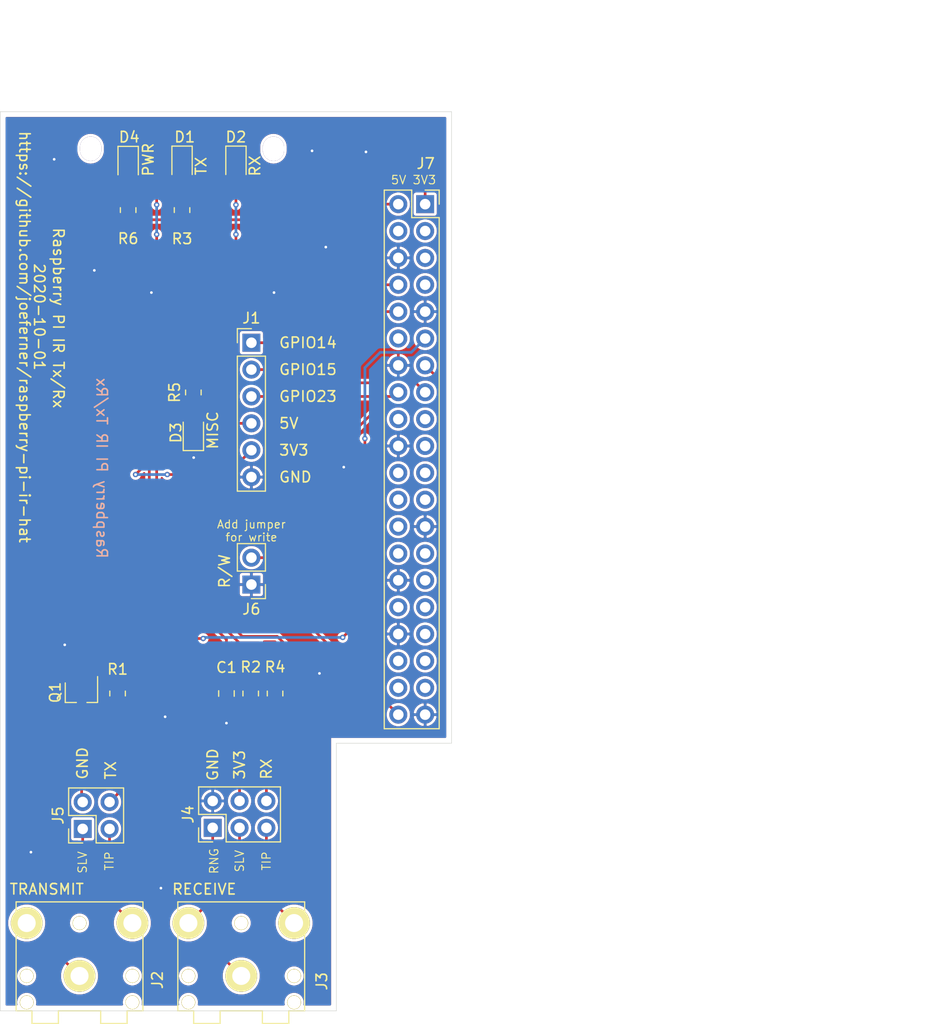
<source format=kicad_pcb>
(kicad_pcb (version 20171130) (host pcbnew "(5.1.7)-1")
  (layers (0 F.Cu signal) (31 B.Cu signal) (34 B.Paste user) (35 F.Paste user) (36 B.SilkS user) (37 F.SilkS user) (38 B.Mask user) (39 F.Mask user) (44 Edge.Cuts user))
  (net 0 "")
  (net 1 GND)
  (net 2 VCC)
  (net 3 "Net-(D1-Pad2)")
  (net 4 "Net-(D2-Pad2)")
  (net 5 "Net-(D3-Pad2)")
  (net 6 /IO3)
  (net 7 /IO2)
  (net 8 /IO1)
  (net 9 "Net-(J2-Pad1)")
  (net 10 "Net-(J2-Pad2)")
  (net 11 "Net-(J2-Pad3)")
  (net 12 "Net-(J3-Pad1)")
  (net 13 "Net-(J3-Pad2)")
  (net 14 "Net-(J3-Pad3)")
  (net 15 /RX)
  (net 16 /RW)
  (net 17 "Net-(J7-Pad38)")
  (net 18 "Net-(J7-Pad36)")
  (net 19 "Net-(J7-Pad35)")
  (net 20 "Net-(J7-Pad33)")
  (net 21 "Net-(J7-Pad32)")
  (net 22 "Net-(J7-Pad31)")
  (net 23 "Net-(J7-Pad29)")
  (net 24 "Net-(J7-Pad28)")
  (net 25 "Net-(J7-Pad27)")
  (net 26 "Net-(J7-Pad26)")
  (net 27 "Net-(J7-Pad24)")
  (net 28 "Net-(J7-Pad23)")
  (net 29 "Net-(J7-Pad21)")
  (net 30 "Net-(J7-Pad19)")
  (net 31 "Net-(J7-Pad17)")
  (net 32 /MISC)
  (net 33 "Net-(J7-Pad12)")
  (net 34 /TX)
  (net 35 "Net-(J7-Pad7)")
  (net 36 "Net-(J7-Pad5)")
  (net 37 "Net-(J7-Pad4)")
  (net 38 "Net-(J7-Pad3)")
  (net 39 /5V)
  (net 40 "Net-(J7-Pad37)")
  (net 41 "Net-(J7-Pad22)")
  (net 42 "Net-(J7-Pad18)")
  (net 43 "Net-(D1-Pad1)")
  (net 44 "Net-(D4-Pad2)")
  (net 45 "Net-(J5-Pad4)")
  (module Connector_PinSocket_2.54mm:PinSocket_2x20_P2.54mm_Vertical (layer F.Cu) (at 146.2 84.74)
    (fp_text reference J7 (at 0.05 -3.84) (layer F.SilkS))
    (fp_text value Raspberry_Pi_2_3)
    (fp_line (start 0 -1.33) (end 1.33 -1.33) (layer F.SilkS) (width 0.12))
    (fp_line (start 1.33 -1.33) (end 1.33 0) (layer F.SilkS) (width 0.12))
    (fp_line (start -1.27 -1.33) (end -1.27 1.27) (layer F.SilkS) (width 0.12))
    (fp_line (start -1.27 1.27) (end 1.33 1.27) (layer F.SilkS) (width 0.12))
    (fp_line (start 1.33 1.27) (end 1.33 49.59) (layer F.SilkS) (width 0.12))
    (fp_line (start -3.87 49.59) (end 1.33 49.59) (layer F.SilkS) (width 0.12))
    (fp_line (start -3.87 -1.33) (end -3.87 49.59) (layer F.SilkS) (width 0.12))
    (fp_line (start -3.87 -1.33) (end -1.27 -1.33) (layer F.SilkS) (width 0.12))
    (pad 40 thru_hole oval (at -2.54 48.26) (size 1.7 1.7) (drill 1) (layers *.Cu *.Mask) (net 16 /RW))
    (pad 39 thru_hole oval (at 0 48.26) (size 1.7 1.7) (drill 1) (layers *.Cu *.Mask) (net 1 GND))
    (pad 38 thru_hole oval (at -2.54 45.72) (size 1.7 1.7) (drill 1) (layers *.Cu *.Mask) (net 17 "Net-(J7-Pad38)"))
    (pad 37 thru_hole oval (at 0 45.72) (size 1.7 1.7) (drill 1) (layers *.Cu *.Mask) (net 40 "Net-(J7-Pad37)"))
    (pad 36 thru_hole oval (at -2.54 43.18) (size 1.7 1.7) (drill 1) (layers *.Cu *.Mask) (net 18 "Net-(J7-Pad36)"))
    (pad 35 thru_hole oval (at 0 43.18) (size 1.7 1.7) (drill 1) (layers *.Cu *.Mask) (net 19 "Net-(J7-Pad35)"))
    (pad 34 thru_hole oval (at -2.54 40.64) (size 1.7 1.7) (drill 1) (layers *.Cu *.Mask) (net 1 GND))
    (pad 33 thru_hole oval (at 0 40.64) (size 1.7 1.7) (drill 1) (layers *.Cu *.Mask) (net 20 "Net-(J7-Pad33)"))
    (pad 32 thru_hole oval (at -2.54 38.1) (size 1.7 1.7) (drill 1) (layers *.Cu *.Mask) (net 21 "Net-(J7-Pad32)"))
    (pad 31 thru_hole oval (at 0 38.1) (size 1.7 1.7) (drill 1) (layers *.Cu *.Mask) (net 22 "Net-(J7-Pad31)"))
    (pad 30 thru_hole oval (at -2.54 35.56) (size 1.7 1.7) (drill 1) (layers *.Cu *.Mask) (net 1 GND))
    (pad 29 thru_hole oval (at 0 35.56) (size 1.7 1.7) (drill 1) (layers *.Cu *.Mask) (net 23 "Net-(J7-Pad29)"))
    (pad 28 thru_hole oval (at -2.54 33.02) (size 1.7 1.7) (drill 1) (layers *.Cu *.Mask) (net 24 "Net-(J7-Pad28)"))
    (pad 27 thru_hole oval (at 0 33.02) (size 1.7 1.7) (drill 1) (layers *.Cu *.Mask) (net 25 "Net-(J7-Pad27)"))
    (pad 26 thru_hole oval (at -2.54 30.48) (size 1.7 1.7) (drill 1) (layers *.Cu *.Mask) (net 26 "Net-(J7-Pad26)"))
    (pad 25 thru_hole oval (at 0 30.48) (size 1.7 1.7) (drill 1) (layers *.Cu *.Mask) (net 1 GND))
    (pad 24 thru_hole oval (at -2.54 27.94) (size 1.7 1.7) (drill 1) (layers *.Cu *.Mask) (net 27 "Net-(J7-Pad24)"))
    (pad 23 thru_hole oval (at 0 27.94) (size 1.7 1.7) (drill 1) (layers *.Cu *.Mask) (net 28 "Net-(J7-Pad23)"))
    (pad 22 thru_hole oval (at -2.54 25.4) (size 1.7 1.7) (drill 1) (layers *.Cu *.Mask) (net 41 "Net-(J7-Pad22)"))
    (pad 21 thru_hole oval (at 0 25.4) (size 1.7 1.7) (drill 1) (layers *.Cu *.Mask) (net 29 "Net-(J7-Pad21)"))
    (pad 20 thru_hole oval (at -2.54 22.86) (size 1.7 1.7) (drill 1) (layers *.Cu *.Mask) (net 1 GND))
    (pad 19 thru_hole oval (at 0 22.86) (size 1.7 1.7) (drill 1) (layers *.Cu *.Mask) (net 30 "Net-(J7-Pad19)"))
    (pad 18 thru_hole oval (at -2.54 20.32) (size 1.7 1.7) (drill 1) (layers *.Cu *.Mask) (net 42 "Net-(J7-Pad18)"))
    (pad 17 thru_hole oval (at 0 20.32) (size 1.7 1.7) (drill 1) (layers *.Cu *.Mask) (net 31 "Net-(J7-Pad17)"))
    (pad 16 thru_hole oval (at -2.54 17.78) (size 1.7 1.7) (drill 1) (layers *.Cu *.Mask) (net 6 /IO3))
    (pad 15 thru_hole oval (at 0 17.78) (size 1.7 1.7) (drill 1) (layers *.Cu *.Mask) (net 32 /MISC))
    (pad 14 thru_hole oval (at -2.54 15.24) (size 1.7 1.7) (drill 1) (layers *.Cu *.Mask) (net 1 GND))
    (pad 13 thru_hole oval (at 0 15.24) (size 1.7 1.7) (drill 1) (layers *.Cu *.Mask) (net 15 /RX))
    (pad 12 thru_hole oval (at -2.54 12.7) (size 1.7 1.7) (drill 1) (layers *.Cu *.Mask) (net 33 "Net-(J7-Pad12)"))
    (pad 11 thru_hole oval (at 0 12.7) (size 1.7 1.7) (drill 1) (layers *.Cu *.Mask) (net 34 /TX))
    (pad 10 thru_hole oval (at -2.54 10.16) (size 1.7 1.7) (drill 1) (layers *.Cu *.Mask) (net 7 /IO2))
    (pad 9 thru_hole oval (at 0 10.16) (size 1.7 1.7) (drill 1) (layers *.Cu *.Mask) (net 1 GND))
    (pad 8 thru_hole oval (at -2.54 7.62) (size 1.7 1.7) (drill 1) (layers *.Cu *.Mask) (net 8 /IO1))
    (pad 7 thru_hole oval (at 0 7.62) (size 1.7 1.7) (drill 1) (layers *.Cu *.Mask) (net 35 "Net-(J7-Pad7)"))
    (pad 6 thru_hole oval (at -2.54 5.08) (size 1.7 1.7) (drill 1) (layers *.Cu *.Mask) (net 1 GND))
    (pad 5 thru_hole oval (at 0 5.08) (size 1.7 1.7) (drill 1) (layers *.Cu *.Mask) (net 36 "Net-(J7-Pad5)"))
    (pad 4 thru_hole oval (at -2.54 2.54) (size 1.7 1.7) (drill 1) (layers *.Cu *.Mask) (net 37 "Net-(J7-Pad4)"))
    (pad 3 thru_hole oval (at 0 2.54) (size 1.7 1.7) (drill 1) (layers *.Cu *.Mask) (net 38 "Net-(J7-Pad3)"))
    (pad 2 thru_hole oval (at -2.54 0) (size 1.7 1.7) (drill 1) (layers *.Cu *.Mask) (net 39 /5V))
    (pad 1 thru_hole rect (at 0 0) (size 1.7 1.7) (drill 1) (layers *.Cu *.Mask) (net 2 VCC))
  )
  (module Connector_PinHeader_2.54mm:PinHeader_1x02_P2.54mm_Vertical (layer F.Cu) (at 129.76 120.7 180)
    (fp_text reference J6 (at 0 -2.33) (layer F.SilkS))
    (fp_text value RW_JMP)
    (fp_line (start -1.33 -1.33) (end 0 -1.33) (layer F.SilkS) (width 0.12))
    (fp_line (start -1.33 0) (end -1.33 -1.33) (layer F.SilkS) (width 0.12))
    (fp_line (start -1.33 1.27) (end 1.33 1.27) (layer F.SilkS) (width 0.12))
    (fp_line (start 1.33 1.27) (end 1.33 3.87) (layer F.SilkS) (width 0.12))
    (fp_line (start -1.33 1.27) (end -1.33 3.87) (layer F.SilkS) (width 0.12))
    (fp_line (start -1.33 3.87) (end 1.33 3.87) (layer F.SilkS) (width 0.12))
    (pad 2 thru_hole oval (at 0 2.54 180) (size 1.7 1.7) (drill 1) (layers *.Cu *.Mask) (net 16 /RW))
    (pad 1 thru_hole rect (at 0 0 180) (size 1.7 1.7) (drill 1) (layers *.Cu *.Mask) (net 1 GND))
  )
  (module modules:BIVAR-RLP3-200-500 (layer F.Cu) (at 123.2 80.8 180)
    (fp_text reference REF** hide)
    (fp_text value BIVAR-RLP3-200-500)
    (pad "" thru_hole oval (at -8.65 1.3 180) (size 2 2.3) (drill oval 2 2.3) (layers *.Cu *.Mask))
    (pad "" thru_hole oval (at 8.65 1.3 180) (size 2 2.3) (drill oval 2 2.3) (layers *.Cu *.Mask))
  )
  (module modules:CUIDEVICES-SJ1-3523NG (layer F.Cu) (at 128.8 157.7 90)
    (fp_text reference J3 (at -0.508 7.62 270) (layer F.SilkS))
    (fp_text value RX hide)
    (fp_line (start -3.3 -6) (end 7 -6) (layer F.SilkS) (width 0.12))
    (fp_line (start 7 -6) (end 7 6) (layer F.SilkS) (width 0.12))
    (fp_line (start 7 6) (end -3.3 6) (layer F.SilkS) (width 0.12))
    (fp_line (start -3.3 6) (end -3.3 4.5) (layer F.SilkS) (width 0.12))
    (fp_line (start -3.3 4.5) (end -4.5 4.5) (layer F.SilkS) (width 0.12))
    (fp_line (start -4.5 4.5) (end -4.5 2) (layer F.SilkS) (width 0.12))
    (fp_line (start -4.5 2) (end -3.3 2) (layer F.SilkS) (width 0.12))
    (fp_line (start -3.3 2) (end -3.3 -2) (layer F.SilkS) (width 0.12))
    (fp_line (start -3.3 -2) (end -4.5 -2) (layer F.SilkS) (width 0.12))
    (fp_line (start -4.5 -2) (end -4.5 -4.5) (layer F.SilkS) (width 0.12))
    (fp_line (start -4.5 -4.5) (end -3.3 -4.5) (layer F.SilkS) (width 0.12))
    (fp_line (start -3.3 -4.5) (end -3.3 -6) (layer F.SilkS) (width 0.12))
    (pad "" thru_hole circle (at 5 0 90) (size 1.3 1.3) (drill 1.2) (layers *.Cu *.Mask F.SilkS))
    (pad "" thru_hole circle (at -2.5 5 90) (size 1.3 1.3) (drill 1.2) (layers *.Cu *.Mask F.SilkS))
    (pad "" thru_hole circle (at -2.5 -5 90) (size 1.3 1.3) (drill 1.2) (layers *.Cu *.Mask F.SilkS))
    (pad "" thru_hole circle (at 0 5 90) (size 1.3 1.3) (drill 1.2) (layers *.Cu *.Mask F.SilkS))
    (pad "" thru_hole circle (at 0 -5 90) (size 1.3 1.3) (drill 1.2) (layers *.Cu *.Mask F.SilkS))
    (pad 1 thru_hole circle (at 0 0 90) (size 3 3) (drill 1.7) (layers *.Cu *.Mask F.SilkS) (net 12 "Net-(J3-Pad1)"))
    (pad 2 thru_hole circle (at 5 5 90) (size 3 3) (drill 1.7) (layers *.Cu *.Mask F.SilkS) (net 13 "Net-(J3-Pad2)"))
    (pad 3 thru_hole circle (at 5 -5 90) (size 3 3) (drill 1.7) (layers *.Cu *.Mask F.SilkS) (net 14 "Net-(J3-Pad3)"))
  )
  (module Resistor_SMD:R_0805_2012Metric (layer F.Cu) (at 124.27 102.54 270)
    (fp_text reference R5 (at 0 1.778 90) (layer F.SilkS))
    (fp_text value 1K)
    (fp_line (start -0.227064 0.735) (end 0.227064 0.735) (layer F.SilkS) (width 0.12))
    (fp_line (start -0.227064 -0.735) (end 0.227064 -0.735) (layer F.SilkS) (width 0.12))
    (pad 2 smd roundrect (at 0.9125 0 270) (size 1.025 1.4) (layers F.Cu F.Paste F.Mask) (roundrect_rratio 0.2439014634146341) (net 5 "Net-(D3-Pad2)"))
    (pad 1 smd roundrect (at -0.9125 0 270) (size 1.025 1.4) (layers F.Cu F.Paste F.Mask) (roundrect_rratio 0.2439014634146341) (net 32 /MISC))
  )
  (module Resistor_SMD:R_0805_2012Metric (layer F.Cu) (at 132 131 90)
    (fp_text reference R4 (at 2.5 0) (layer F.SilkS))
    (fp_text value 1K)
    (fp_line (start -0.227064 0.735) (end 0.227064 0.735) (layer F.SilkS) (width 0.12))
    (fp_line (start -0.227064 -0.735) (end 0.227064 -0.735) (layer F.SilkS) (width 0.12))
    (pad 2 smd roundrect (at 0.9125 0 90) (size 1.025 1.4) (layers F.Cu F.Paste F.Mask) (roundrect_rratio 0.2439014634146341) (net 4 "Net-(D2-Pad2)"))
    (pad 1 smd roundrect (at -0.9125 0 90) (size 1.025 1.4) (layers F.Cu F.Paste F.Mask) (roundrect_rratio 0.2439014634146341) (net 15 /RX))
  )
  (module Resistor_SMD:R_0805_2012Metric (layer F.Cu) (at 123.2 85.3 90)
    (fp_text reference R3 (at -2.7155 0) (layer F.SilkS))
    (fp_text value 1K)
    (fp_line (start -0.227064 0.735) (end 0.227064 0.735) (layer F.SilkS) (width 0.12))
    (fp_line (start -0.227064 -0.735) (end 0.227064 -0.735) (layer F.SilkS) (width 0.12))
    (pad 2 smd roundrect (at 0.9125 0 90) (size 1.025 1.4) (layers F.Cu F.Paste F.Mask) (roundrect_rratio 0.2439014634146341) (net 3 "Net-(D1-Pad2)"))
    (pad 1 smd roundrect (at -0.9125 0 90) (size 1.025 1.4) (layers F.Cu F.Paste F.Mask) (roundrect_rratio 0.2439014634146341) (net 2 VCC))
  )
  (module Resistor_SMD:R_0805_2012Metric (layer F.Cu) (at 129.696 131 90)
    (fp_text reference R2 (at 2.5 0.004) (layer F.SilkS))
    (fp_text value 10K)
    (fp_line (start -0.227064 0.735) (end 0.227064 0.735) (layer F.SilkS) (width 0.12))
    (fp_line (start -0.227064 -0.735) (end 0.227064 -0.735) (layer F.SilkS) (width 0.12))
    (pad 2 smd roundrect (at 0.9125 0 90) (size 1.025 1.4) (layers F.Cu F.Paste F.Mask) (roundrect_rratio 0.2439014634146341) (net 1 GND))
    (pad 1 smd roundrect (at -0.9125 0 90) (size 1.025 1.4) (layers F.Cu F.Paste F.Mask) (roundrect_rratio 0.2439014634146341) (net 15 /RX))
  )
  (module Resistor_SMD:R_0805_2012Metric (layer F.Cu) (at 117.1 131 90)
    (fp_text reference R1 (at 2.29 0) (layer F.SilkS))
    (fp_text value 222)
    (fp_line (start -0.227064 0.735) (end 0.227064 0.735) (layer F.SilkS) (width 0.12))
    (fp_line (start -0.227064 -0.735) (end 0.227064 -0.735) (layer F.SilkS) (width 0.12))
    (pad 2 smd roundrect (at 0.9125 0 90) (size 1.025 1.4) (layers F.Cu F.Paste F.Mask) (roundrect_rratio 0.2439014634146341) (net 2 VCC))
    (pad 1 smd roundrect (at -0.9125 0 90) (size 1.025 1.4) (layers F.Cu F.Paste F.Mask) (roundrect_rratio 0.2439014634146341) (net 45 "Net-(J5-Pad4)"))
  )
  (module modules:CUIDEVICES-SJ1-3523NG (layer F.Cu) (at 113.5 157.7 90)
    (fp_text reference J2 (at -0.381 7.366 90) (layer F.SilkS))
    (fp_text value TX hide)
    (fp_line (start -3.3 -6) (end 7 -6) (layer F.SilkS) (width 0.12))
    (fp_line (start 7 -6) (end 7 6) (layer F.SilkS) (width 0.12))
    (fp_line (start 7 6) (end -3.3 6) (layer F.SilkS) (width 0.12))
    (fp_line (start -3.3 6) (end -3.3 4.5) (layer F.SilkS) (width 0.12))
    (fp_line (start -3.3 4.5) (end -4.5 4.5) (layer F.SilkS) (width 0.12))
    (fp_line (start -4.5 4.5) (end -4.5 2) (layer F.SilkS) (width 0.12))
    (fp_line (start -4.5 2) (end -3.3 2) (layer F.SilkS) (width 0.12))
    (fp_line (start -3.3 2) (end -3.3 -2) (layer F.SilkS) (width 0.12))
    (fp_line (start -3.3 -2) (end -4.5 -2) (layer F.SilkS) (width 0.12))
    (fp_line (start -4.5 -2) (end -4.5 -4.5) (layer F.SilkS) (width 0.12))
    (fp_line (start -4.5 -4.5) (end -3.3 -4.5) (layer F.SilkS) (width 0.12))
    (fp_line (start -3.3 -4.5) (end -3.3 -6) (layer F.SilkS) (width 0.12))
    (pad "" thru_hole circle (at 5 0 90) (size 1.3 1.3) (drill 1.2) (layers *.Cu *.Mask F.SilkS))
    (pad "" thru_hole circle (at -2.5 5 90) (size 1.3 1.3) (drill 1.2) (layers *.Cu *.Mask F.SilkS))
    (pad "" thru_hole circle (at -2.5 -5 90) (size 1.3 1.3) (drill 1.2) (layers *.Cu *.Mask F.SilkS))
    (pad "" thru_hole circle (at 0 5 90) (size 1.3 1.3) (drill 1.2) (layers *.Cu *.Mask F.SilkS))
    (pad "" thru_hole circle (at 0 -5 90) (size 1.3 1.3) (drill 1.2) (layers *.Cu *.Mask F.SilkS))
    (pad 1 thru_hole circle (at 0 0 90) (size 3 3) (drill 1.7) (layers *.Cu *.Mask F.SilkS) (net 9 "Net-(J2-Pad1)"))
    (pad 2 thru_hole circle (at 5 5 90) (size 3 3) (drill 1.7) (layers *.Cu *.Mask F.SilkS) (net 10 "Net-(J2-Pad2)"))
    (pad 3 thru_hole circle (at 5 -5 90) (size 3 3) (drill 1.7) (layers *.Cu *.Mask F.SilkS) (net 11 "Net-(J2-Pad3)"))
  )
  (module LED_SMD:LED_0805_2012Metric (layer F.Cu) (at 124.27 106.35 90)
    (fp_text reference D3 (at 0 -1.65 90) (layer F.SilkS))
    (fp_text value RX)
    (fp_line (start -1.685 0.96) (end 1 0.96) (layer F.SilkS) (width 0.12))
    (fp_line (start -1.685 -0.96) (end -1.685 0.96) (layer F.SilkS) (width 0.12))
    (fp_line (start 1 -0.96) (end -1.685 -0.96) (layer F.SilkS) (width 0.12))
    (pad 2 smd roundrect (at 0.9375 0 90) (size 0.975 1.4) (layers F.Cu F.Paste F.Mask) (net 5 "Net-(D3-Pad2)"))
    (pad 1 smd roundrect (at -0.9375 0 90) (size 0.975 1.4) (layers F.Cu F.Paste F.Mask) (net 1 GND))
  )
  (module LED_SMD:LED_0805_2012Metric (layer F.Cu) (at 128.3 80.9375 270)
    (fp_text reference D2 (at -2.54 0) (layer F.SilkS))
    (fp_text value RX)
    (fp_line (start -1.685 0.96) (end 1 0.96) (layer F.SilkS) (width 0.12))
    (fp_line (start -1.685 -0.96) (end -1.685 0.96) (layer F.SilkS) (width 0.12))
    (fp_line (start 1 -0.96) (end -1.685 -0.96) (layer F.SilkS) (width 0.12))
    (pad 2 smd roundrect (at 0.9375 0 270) (size 0.975 1.4) (layers F.Cu F.Paste F.Mask) (net 4 "Net-(D2-Pad2)"))
    (pad 1 smd roundrect (at -0.9375 0 270) (size 0.975 1.4) (layers F.Cu F.Paste F.Mask) (net 1 GND))
  )
  (module LED_SMD:LED_0805_2012Metric (layer F.Cu) (at 123.2 80.9375 270)
    (fp_text reference D1 (at -2.54 -0.254) (layer F.SilkS))
    (fp_text value TX)
    (fp_line (start -1.685 0.96) (end 1 0.96) (layer F.SilkS) (width 0.12))
    (fp_line (start -1.685 -0.96) (end -1.685 0.96) (layer F.SilkS) (width 0.12))
    (fp_line (start 1 -0.96) (end -1.685 -0.96) (layer F.SilkS) (width 0.12))
    (pad 2 smd roundrect (at 0.9375 0 270) (size 0.975 1.4) (layers F.Cu F.Paste F.Mask) (net 3 "Net-(D1-Pad2)"))
    (pad 1 smd roundrect (at -0.9375 0 270) (size 0.975 1.4) (layers F.Cu F.Paste F.Mask) (net 43 "Net-(D1-Pad1)"))
  )
  (module Capacitor_SMD:C_0805_2012Metric (layer F.Cu) (at 127.4 131 270)
    (fp_text reference C1 (at -2.4615 0) (layer F.SilkS))
    (fp_text value 0.1uF)
    (fp_line (start -0.261252 0.735) (end 0.261252 0.735) (layer F.SilkS) (width 0.12))
    (fp_line (start -0.261252 -0.735) (end 0.261252 -0.735) (layer F.SilkS) (width 0.12))
    (pad 2 smd roundrect (at 0.95 0 270) (size 1 1.45) (layers F.Cu F.Paste F.Mask) (net 1 GND))
    (pad 1 smd roundrect (at -0.95 0 270) (size 1 1.45) (layers F.Cu F.Paste F.Mask) (net 2 VCC))
  )
  (module LED_SMD:LED_0805_2012Metric (layer F.Cu) (at 118.1 80.9625 270)
    (fp_text reference D4 (at -2.5625 -0.1 180) (layer F.SilkS))
    (fp_text value RX)
    (fp_line (start -1.685 0.96) (end 1 0.96) (layer F.SilkS) (width 0.12))
    (fp_line (start -1.685 -0.96) (end -1.685 0.96) (layer F.SilkS) (width 0.12))
    (fp_line (start 1 -0.96) (end -1.685 -0.96) (layer F.SilkS) (width 0.12))
    (pad 2 smd roundrect (at 0.9375 0 270) (size 0.975 1.4) (layers F.Cu F.Paste F.Mask) (net 44 "Net-(D4-Pad2)"))
    (pad 1 smd roundrect (at -0.9375 0 270) (size 0.975 1.4) (layers F.Cu F.Paste F.Mask) (net 1 GND))
  )
  (module Resistor_SMD:R_0805_2012Metric (layer F.Cu) (at 118.1 85.3 90)
    (fp_text reference R6 (at -2.7 0 180) (layer F.SilkS))
    (fp_text value 1K)
    (fp_line (start -0.227064 0.735) (end 0.227064 0.735) (layer F.SilkS) (width 0.12))
    (fp_line (start -0.227064 -0.735) (end 0.227064 -0.735) (layer F.SilkS) (width 0.12))
    (pad 2 smd roundrect (at 0.9125 0 90) (size 1.025 1.4) (layers F.Cu F.Paste F.Mask) (roundrect_rratio 0.2439014634146341) (net 44 "Net-(D4-Pad2)"))
    (pad 1 smd roundrect (at -0.9125 0 90) (size 1.025 1.4) (layers F.Cu F.Paste F.Mask) (roundrect_rratio 0.2439014634146341) (net 2 VCC))
  )
  (module Package_TO_SOT_SMD:TSOT-23 (layer F.Cu) (at 113.7 130.9 270)
    (fp_text reference Q1 (at 0 2.5 90) (layer F.SilkS))
    (fp_text value Q_NMOS_GSD)
    (fp_line (start 0.93 -1.51) (end -1.5 -1.51) (layer F.SilkS) (width 0.12))
    (fp_line (start 0.95 -1.5) (end 0.95 -0.5) (layer F.SilkS) (width 0.12))
    (fp_line (start 0.95 1.55) (end -0.9 1.55) (layer F.SilkS) (width 0.12))
    (fp_line (start 0.95 0.5) (end 0.95 1.55) (layer F.SilkS) (width 0.12))
    (pad 3 smd rect (at 1.31 0 270) (size 1.22 0.65) (layers F.Cu F.Paste F.Mask) (net 43 "Net-(D1-Pad1)"))
    (pad 2 smd rect (at -1.31 0.95 270) (size 1.22 0.65) (layers F.Cu F.Paste F.Mask) (net 1 GND))
    (pad 1 smd rect (at -1.31 -0.95 270) (size 1.22 0.65) (layers F.Cu F.Paste F.Mask) (net 34 /TX))
  )
  (module Connector_PinHeader_2.54mm:PinHeader_1x06_P2.54mm_Vertical (layer F.Cu) (at 129.76 97.84)
    (fp_text reference J1 (at 0 -2.33) (layer F.SilkS))
    (fp_text value IO)
    (fp_line (start -1.33 -1.33) (end 0 -1.33) (layer F.SilkS) (width 0.12))
    (fp_line (start -1.33 0) (end -1.33 -1.33) (layer F.SilkS) (width 0.12))
    (fp_line (start -1.33 1.27) (end 1.33 1.27) (layer F.SilkS) (width 0.12))
    (fp_line (start 1.33 1.27) (end 1.33 14.03) (layer F.SilkS) (width 0.12))
    (fp_line (start -1.33 1.27) (end -1.33 14.03) (layer F.SilkS) (width 0.12))
    (fp_line (start -1.33 14.03) (end 1.33 14.03) (layer F.SilkS) (width 0.12))
    (pad 6 thru_hole oval (at 0 12.7) (size 1.7 1.7) (drill 1) (layers *.Cu *.Mask) (net 1 GND))
    (pad 5 thru_hole oval (at 0 10.16) (size 1.7 1.7) (drill 1) (layers *.Cu *.Mask) (net 2 VCC))
    (pad 4 thru_hole oval (at 0 7.62) (size 1.7 1.7) (drill 1) (layers *.Cu *.Mask) (net 39 /5V))
    (pad 3 thru_hole oval (at 0 5.08) (size 1.7 1.7) (drill 1) (layers *.Cu *.Mask) (net 6 /IO3))
    (pad 2 thru_hole oval (at 0 2.54) (size 1.7 1.7) (drill 1) (layers *.Cu *.Mask) (net 7 /IO2))
    (pad 1 thru_hole rect (at 0 0) (size 1.7 1.7) (drill 1) (layers *.Cu *.Mask) (net 8 /IO1))
  )
  (module Connector_PinHeader_2.54mm:PinHeader_2x03_P2.54mm_Vertical (layer F.Cu) (at 126.1 143.7 90)
    (fp_text reference J4 (at 1.27 -2.33 90) (layer F.SilkS))
    (fp_text value RX_JMP)
    (fp_line (start -1.33 -1.33) (end 0 -1.33) (layer F.SilkS) (width 0.12))
    (fp_line (start -1.33 0) (end -1.33 -1.33) (layer F.SilkS) (width 0.12))
    (fp_line (start 1.27 -1.33) (end 3.87 -1.33) (layer F.SilkS) (width 0.12))
    (fp_line (start 1.27 1.27) (end 1.27 -1.33) (layer F.SilkS) (width 0.12))
    (fp_line (start -1.33 1.27) (end 1.27 1.27) (layer F.SilkS) (width 0.12))
    (fp_line (start 3.87 -1.33) (end 3.87 6.41) (layer F.SilkS) (width 0.12))
    (fp_line (start -1.33 1.27) (end -1.33 6.41) (layer F.SilkS) (width 0.12))
    (fp_line (start -1.33 6.41) (end 3.87 6.41) (layer F.SilkS) (width 0.12))
    (pad 6 thru_hole oval (at 2.54 5.08 90) (size 1.7 1.7) (drill 1) (layers *.Cu *.Mask) (net 15 /RX))
    (pad 5 thru_hole oval (at 0 5.08 90) (size 1.7 1.7) (drill 1) (layers *.Cu *.Mask) (net 13 "Net-(J3-Pad2)"))
    (pad 4 thru_hole oval (at 2.54 2.54 90) (size 1.7 1.7) (drill 1) (layers *.Cu *.Mask) (net 2 VCC))
    (pad 3 thru_hole oval (at 0 2.54 90) (size 1.7 1.7) (drill 1) (layers *.Cu *.Mask) (net 12 "Net-(J3-Pad1)"))
    (pad 2 thru_hole oval (at 2.54 0 90) (size 1.7 1.7) (drill 1) (layers *.Cu *.Mask) (net 1 GND))
    (pad 1 thru_hole rect (at 0 0 90) (size 1.7 1.7) (drill 1) (layers *.Cu *.Mask) (net 14 "Net-(J3-Pad3)"))
  )
  (module Connector_PinHeader_2.54mm:PinHeader_2x02_P2.54mm_Vertical (layer F.Cu) (at 113.8 143.8 90)
    (fp_text reference J5 (at 1.27 -2.33 90) (layer F.SilkS))
    (fp_text value TX_JMP)
    (fp_line (start -1.33 -1.33) (end 0 -1.33) (layer F.SilkS) (width 0.12))
    (fp_line (start -1.33 0) (end -1.33 -1.33) (layer F.SilkS) (width 0.12))
    (fp_line (start 1.27 -1.33) (end 3.87 -1.33) (layer F.SilkS) (width 0.12))
    (fp_line (start 1.27 1.27) (end 1.27 -1.33) (layer F.SilkS) (width 0.12))
    (fp_line (start -1.33 1.27) (end 1.27 1.27) (layer F.SilkS) (width 0.12))
    (fp_line (start 3.87 -1.33) (end 3.87 3.87) (layer F.SilkS) (width 0.12))
    (fp_line (start -1.33 1.27) (end -1.33 3.87) (layer F.SilkS) (width 0.12))
    (fp_line (start -1.33 3.87) (end 3.87 3.87) (layer F.SilkS) (width 0.12))
    (pad 4 thru_hole oval (at 2.54 2.54 90) (size 1.7 1.7) (drill 1) (layers *.Cu *.Mask) (net 45 "Net-(J5-Pad4)"))
    (pad 3 thru_hole oval (at 0 2.54 90) (size 1.7 1.7) (drill 1) (layers *.Cu *.Mask) (net 10 "Net-(J2-Pad2)"))
    (pad 2 thru_hole oval (at 2.54 0 90) (size 1.7 1.7) (drill 1) (layers *.Cu *.Mask) (net 43 "Net-(D1-Pad1)"))
    (pad 1 thru_hole rect (at 0 0 90) (size 1.7 1.7) (drill 1) (layers *.Cu *.Mask) (net 9 "Net-(J2-Pad1)"))
  )
  (gr_line (start 137.8 135.7) (end 148.7 135.7) (layer Edge.Cuts) (width 0.05))
  (gr_line (start 137.8 161) (end 137.8 135.7) (layer Edge.Cuts) (width 0.05))
  (gr_text MISC (at 126.1 108 90) (layer F.SilkS) (effects (font (size 1 1)) (justify left)))
  (gr_text PWR (at 120 82.2 90) (layer F.SilkS) (effects (font (size 1 1)) (justify left)))
  (gr_text RX (at 130.1 82.2 90) (layer F.SilkS) (effects (font (size 1 1)) (justify left)))
  (gr_text TX (at 125 82.1 90) (layer F.SilkS) (effects (font (size 1 1)) (justify left)))
  (gr_text "Raspberry PI IR Tx/Rx" (at 115.6 109.7 270) (layer B.SilkS) (effects (font (size 1 1)) (justify mirror)))
  (gr_text R/W (at 127.22 119.43 90) (layer F.SilkS) (effects (font (size 1 1))))
  (gr_text "Add jumper\nfor write" (at 129.76 115.62) (layer F.SilkS) (effects (font (size 0.762 0.762) (thickness 0.1016))))
  (gr_line (start 106 76) (end 148.7 76) (layer Edge.Cuts) (width 0.05))
  (gr_line (start 106 161) (end 106 76) (layer Edge.Cuts) (width 0.05))
  (gr_line (start 106 161) (end 137.8 161) (layer Edge.Cuts) (width 0.05))
  (gr_line (start 148.7 76) (end 148.7 135.7) (layer Edge.Cuts) (width 0.05))
  (gr_text GPIO23 (at 132.3 102.92) (layer F.SilkS) (effects (font (size 1 1)) (justify left)))
  (gr_text "5V 3V3" (at 145.1 82.45) (layer F.SilkS) (effects (font (size 0.8 0.8) (thickness 0.1))))
  (gr_text RNG (at 126.229 146.839 90) (layer F.SilkS) (effects (font (size 0.8 0.8) (thickness 0.1))))
  (gr_text SLV (at 128.642 146.839 90) (layer F.SilkS) (effects (font (size 0.8 0.8) (thickness 0.1))))
  (gr_text TIP (at 131.182 146.839 90) (layer F.SilkS) (effects (font (size 0.8 0.8) (thickness 0.1))))
  (gr_text SLV (at 113.778 146.966 90) (layer F.SilkS) (effects (font (size 0.8 0.8) (thickness 0.1))))
  (gr_text TIP (at 116.318 146.839 90) (layer F.SilkS) (effects (font (size 0.8 0.8) (thickness 0.1))))
  (gr_text GPIO14 (at 132.3 97.84) (layer F.SilkS) (effects (font (size 1 1)) (justify left)))
  (gr_text GPIO15 (at 132.3 100.38) (layer F.SilkS) (effects (font (size 1 1)) (justify left)))
  (gr_text 5V (at 132.3 105.46) (layer F.SilkS) (effects (font (size 1 1)) (justify left)))
  (gr_text 3V3 (at 132.3 108) (layer F.SilkS) (effects (font (size 1 1)) (justify left)))
  (gr_text GND (at 132.3 110.54) (layer F.SilkS) (effects (font (size 1 1)) (justify left)))
  (gr_text TX (at 116.445 139.219 90) (layer F.SilkS) (effects (font (size 1 1)) (justify left)))
  (gr_text GND (at 113.778 139.219 90) (layer F.SilkS) (effects (font (size 1 1)) (justify left)))
  (gr_text RX (at 131.182 139.219 90) (layer F.SilkS) (effects (font (size 1 1)) (justify left)))
  (gr_text 3V3 (at 128.642 139.219 90) (layer F.SilkS) (effects (font (size 1 1)) (justify left)))
  (gr_text GND (at 126.102 139.346 90) (layer F.SilkS) (effects (font (size 1 1)) (justify left)))
  (gr_text https://github.com/joeferner/raspberry-pi-ir-hat (at 108.3 97.3 270) (layer F.SilkS) (effects (font (size 1 1))))
  (gr_text 2020-10-01 (at 109.7 95.4 270) (layer F.SilkS) (effects (font (size 1 1))))
  (gr_text "Raspberry PI IR Tx/Rx" (at 111.5 95.5 270) (layer F.SilkS) (effects (font (size 1 1))))
  (gr_text RECEIVE (at 125.3 149.5) (layer F.SilkS) (effects (font (size 1 1))))
  (gr_text TRANSMIT (at 110.4 149.5) (layer F.SilkS) (effects (font (size 1 1))))
  (via (at 127.4 133.8) (size 0.508) (drill 0.254) (layers F.Cu B.Cu) (net 1))
  (segment (start 127.4 131.95) (end 127.4 133.8) (width 0.254) (layer F.Cu) (net 1))
  (via (at 124.3 108.7) (size 0.508) (drill 0.254) (layers F.Cu B.Cu) (net 1))
  (segment (start 124.27 108.67) (end 124.3 108.7) (width 0.254) (layer F.Cu) (net 1))
  (segment (start 124.27 107.2875) (end 124.27 108.67) (width 0.254) (layer F.Cu) (net 1))
  (via (at 136.2 129.1) (size 0.508) (drill 0.254) (layers F.Cu B.Cu) (net 1))
  (via (at 138.5 109.6) (size 0.508) (drill 0.254) (layers F.Cu B.Cu) (net 1))
  (via (at 112.1 126.4) (size 0.508) (drill 0.254) (layers F.Cu B.Cu) (net 1))
  (via (at 120.3 93.1) (size 0.508) (drill 0.254) (layers F.Cu B.Cu) (net 1))
  (via (at 111.1 80.5) (size 0.508) (drill 0.254) (layers F.Cu B.Cu) (net 1))
  (via (at 114.9 91) (size 0.508) (drill 0.254) (layers F.Cu B.Cu) (net 1))
  (via (at 108.9 146) (size 0.508) (drill 0.254) (layers F.Cu B.Cu) (net 1))
  (via (at 136.8 88.8) (size 0.508) (drill 0.254) (layers F.Cu B.Cu) (net 1))
  (via (at 131.9 93.1) (size 0.508) (drill 0.254) (layers F.Cu B.Cu) (net 1))
  (via (at 135.5 79.7) (size 0.508) (drill 0.254) (layers F.Cu B.Cu) (net 1))
  (via (at 140.6 79.8) (size 0.508) (drill 0.254) (layers F.Cu B.Cu) (net 1))
  (via (at 121.2 149.4) (size 0.508) (drill 0.254) (layers F.Cu B.Cu) (net 1))
  (via (at 121.6 133.2) (size 0.508) (drill 0.254) (layers F.Cu B.Cu) (net 1))
  (segment (start 123.2 86.2125) (end 118.1 86.2125) (width 0.254) (layer F.Cu) (net 2))
  (segment (start 146.2 84.74) (end 146.2 83.6) (width 0.254) (layer F.Cu) (net 2))
  (segment (start 146.2 83.6) (end 145 82.4) (width 0.254) (layer F.Cu) (net 2))
  (segment (start 145 82.4) (end 132.7 82.4) (width 0.254) (layer F.Cu) (net 2))
  (segment (start 128.8875 86.2125) (end 123.2 86.2125) (width 0.254) (layer F.Cu) (net 2))
  (segment (start 132.7 82.4) (end 128.8875 86.2125) (width 0.254) (layer F.Cu) (net 2))
  (segment (start 127.3625 130.0875) (end 127.4 130.05) (width 0.254) (layer F.Cu) (net 2))
  (segment (start 128.64 141.16) (end 128.64 139.14) (width 0.254) (layer F.Cu) (net 2))
  (segment (start 128.64 139.14) (end 124.5 135) (width 0.254) (layer F.Cu) (net 2))
  (segment (start 124.5 131.575) (end 125.9875 130.0875) (width 0.254) (layer F.Cu) (net 2))
  (segment (start 124.5 135) (end 124.5 131.575) (width 0.254) (layer F.Cu) (net 2))
  (segment (start 125.9875 130.0875) (end 127.3625 130.0875) (width 0.254) (layer F.Cu) (net 2))
  (segment (start 117.1 130.0875) (end 125.9875 130.0875) (width 0.254) (layer F.Cu) (net 2))
  (segment (start 123.2 94.1) (end 123.2 86.2125) (width 0.254) (layer F.Cu) (net 2))
  (segment (start 120.1 97.2) (end 123.2 94.1) (width 0.254) (layer F.Cu) (net 2))
  (segment (start 127.4 125.9) (end 120.1 118.6) (width 0.254) (layer F.Cu) (net 2))
  (segment (start 127.4 130.05) (end 127.4 125.9) (width 0.254) (layer F.Cu) (net 2))
  (via (at 121.8 110.3) (size 0.508) (drill 0.254) (layers F.Cu B.Cu) (net 2))
  (segment (start 127.46 110.3) (end 121.8 110.3) (width 0.254) (layer F.Cu) (net 2))
  (segment (start 129.76 108) (end 127.46 110.3) (width 0.254) (layer F.Cu) (net 2))
  (via (at 118.8 110.3) (size 0.508) (drill 0.254) (layers F.Cu B.Cu) (net 2))
  (segment (start 121.8 110.3) (end 118.8 110.3) (width 0.254) (layer B.Cu) (net 2))
  (segment (start 120.1 109) (end 120.1 108.7) (width 0.254) (layer F.Cu) (net 2))
  (segment (start 118.8 110.3) (end 120.1 109) (width 0.254) (layer F.Cu) (net 2))
  (segment (start 120.1 108.7) (end 120.1 97.2) (width 0.254) (layer F.Cu) (net 2))
  (segment (start 120.1 118.6) (end 120.1 108.7) (width 0.254) (layer F.Cu) (net 2))
  (segment (start 123.2 84.3875) (end 123.2 81.875) (width 0.254) (layer F.Cu) (net 3))
  (via (at 128.3 84.8) (size 0.508) (drill 0.254) (layers F.Cu B.Cu) (net 4))
  (segment (start 128.3 81.875) (end 128.3 84.8) (width 0.254) (layer F.Cu) (net 4))
  (segment (start 128.3 84.8) (end 128.3 87.6) (width 0.254) (layer B.Cu) (net 4))
  (via (at 128.3 87.6) (size 0.508) (drill 0.254) (layers F.Cu B.Cu) (net 4))
  (segment (start 128.3 87.6) (end 128.3 90) (width 0.254) (layer F.Cu) (net 4))
  (segment (start 128.3 90) (end 120.8 97.5) (width 0.254) (layer F.Cu) (net 4))
  (segment (start 120.8 97.5) (end 120.8 118.4) (width 0.254) (layer F.Cu) (net 4))
  (segment (start 120.8 118.4) (end 128.6 126.2) (width 0.254) (layer F.Cu) (net 4))
  (segment (start 128.6 126.2) (end 130.4 126.2) (width 0.254) (layer F.Cu) (net 4))
  (segment (start 132 127.8) (end 132 130.0875) (width 0.254) (layer F.Cu) (net 4))
  (segment (start 130.4 126.2) (end 132 127.8) (width 0.254) (layer F.Cu) (net 4))
  (segment (start 124.27 105.4125) (end 124.27 103.4525) (width 0.254) (layer F.Cu) (net 5))
  (segment (start 143.26 102.92) (end 143.66 102.52) (width 0.254) (layer F.Cu) (net 6))
  (segment (start 129.76 102.92) (end 143.26 102.92) (width 0.254) (layer F.Cu) (net 6))
  (segment (start 129.76 100.38) (end 135.12 100.38) (width 0.254) (layer F.Cu) (net 7))
  (segment (start 140.6 94.9) (end 143.66 94.9) (width 0.254) (layer F.Cu) (net 7))
  (segment (start 135.12 100.38) (end 140.6 94.9) (width 0.254) (layer F.Cu) (net 7))
  (segment (start 129.76 97.84) (end 135.76 97.84) (width 0.254) (layer F.Cu) (net 8))
  (segment (start 141.24 92.36) (end 143.66 92.36) (width 0.254) (layer F.Cu) (net 8))
  (segment (start 135.76 97.84) (end 141.24 92.36) (width 0.254) (layer F.Cu) (net 8))
  (segment (start 113.8 143.8) (end 113.8 148) (width 0.254) (layer F.Cu) (net 9))
  (segment (start 113.8 148) (end 111.5 150.3) (width 0.254) (layer F.Cu) (net 9))
  (segment (start 111.5 155.7) (end 113.5 157.7) (width 0.254) (layer F.Cu) (net 9))
  (segment (start 111.5 150.3) (end 111.5 155.7) (width 0.254) (layer F.Cu) (net 9))
  (segment (start 116.34 150.54) (end 118.5 152.7) (width 0.254) (layer F.Cu) (net 10))
  (segment (start 116.34 143.8) (end 116.34 150.54) (width 0.254) (layer F.Cu) (net 10))
  (segment (start 128.64 143.7) (end 128.64 149.66) (width 0.254) (layer F.Cu) (net 12))
  (segment (start 128.64 149.66) (end 126.8 151.5) (width 0.254) (layer F.Cu) (net 12))
  (segment (start 126.8 155.7) (end 128.8 157.7) (width 0.254) (layer F.Cu) (net 12))
  (segment (start 126.8 151.5) (end 126.8 155.7) (width 0.254) (layer F.Cu) (net 12))
  (segment (start 131.18 150.08) (end 133.8 152.7) (width 0.254) (layer F.Cu) (net 13))
  (segment (start 131.18 143.7) (end 131.18 150.08) (width 0.254) (layer F.Cu) (net 13))
  (segment (start 126.1 150.4) (end 123.8 152.7) (width 0.254) (layer F.Cu) (net 14))
  (segment (start 126.1 143.7) (end 126.1 150.4) (width 0.254) (layer F.Cu) (net 14))
  (segment (start 129.696 131.9125) (end 132 131.9125) (width 0.254) (layer F.Cu) (net 15))
  (segment (start 131.18 132.7325) (end 132 131.9125) (width 0.254) (layer F.Cu) (net 15))
  (segment (start 131.18 141.16) (end 131.18 132.7325) (width 0.254) (layer F.Cu) (net 15))
  (segment (start 146.712883 103.828999) (end 141.871001 103.828999) (width 0.254) (layer F.Cu) (net 15))
  (segment (start 147.431001 103.110881) (end 146.712883 103.828999) (width 0.254) (layer F.Cu) (net 15))
  (segment (start 147.431001 101.211001) (end 147.431001 103.110881) (width 0.254) (layer F.Cu) (net 15))
  (segment (start 146.2 99.98) (end 147.431001 101.211001) (width 0.254) (layer F.Cu) (net 15))
  (segment (start 141.871001 103.828999) (end 131.9 113.8) (width 0.254) (layer F.Cu) (net 15))
  (segment (start 131.9 113.8) (end 126.8 113.8) (width 0.254) (layer F.Cu) (net 15))
  (segment (start 126.8 113.8) (end 124.9 115.7) (width 0.254) (layer F.Cu) (net 15))
  (segment (start 124.9 115.7) (end 124.9 121.6) (width 0.254) (layer F.Cu) (net 15))
  (segment (start 124.9 121.6) (end 128.9 125.6) (width 0.254) (layer F.Cu) (net 15))
  (segment (start 128.9 125.6) (end 132.2 125.6) (width 0.254) (layer F.Cu) (net 15))
  (segment (start 132.2 125.6) (end 133.9 127.3) (width 0.254) (layer F.Cu) (net 15))
  (segment (start 133.9 127.3) (end 133.9 131.4) (width 0.254) (layer F.Cu) (net 15))
  (segment (start 133.3875 131.9125) (end 132 131.9125) (width 0.254) (layer F.Cu) (net 15))
  (segment (start 133.9 131.4) (end 133.3875 131.9125) (width 0.254) (layer F.Cu) (net 15))
  (segment (start 143.66 133) (end 133.6 122.94) (width 0.254) (layer F.Cu) (net 16))
  (segment (start 133.6 122.94) (end 133.6 120.2) (width 0.254) (layer F.Cu) (net 16))
  (segment (start 131.56 118.16) (end 129.76 118.16) (width 0.254) (layer F.Cu) (net 16))
  (segment (start 133.6 120.2) (end 131.56 118.16) (width 0.254) (layer F.Cu) (net 16))
  (segment (start 143.069119 101.288999) (end 144.968999 101.288999) (width 0.254) (layer F.Cu) (net 32))
  (segment (start 142.730618 101.6275) (end 143.069119 101.288999) (width 0.254) (layer F.Cu) (net 32))
  (segment (start 144.968999 101.288999) (end 146.2 102.52) (width 0.254) (layer F.Cu) (net 32))
  (segment (start 124.27 101.6275) (end 142.730618 101.6275) (width 0.254) (layer F.Cu) (net 32))
  (segment (start 144.891001 98.748999) (end 141.951001 98.748999) (width 0.254) (layer B.Cu) (net 34))
  (segment (start 146.2 97.44) (end 144.891001 98.748999) (width 0.254) (layer B.Cu) (net 34))
  (via (at 140.5 106.9) (size 0.508) (drill 0.254) (layers F.Cu B.Cu) (net 34))
  (segment (start 140.5 100.2) (end 140.5 106.9) (width 0.254) (layer B.Cu) (net 34))
  (segment (start 141.951001 98.748999) (end 140.5 100.2) (width 0.254) (layer B.Cu) (net 34))
  (via (at 138.4 125.7) (size 0.508) (drill 0.254) (layers F.Cu B.Cu) (net 34))
  (segment (start 140.5 123.6) (end 138.4 125.7) (width 0.254) (layer F.Cu) (net 34))
  (segment (start 140.5 106.9) (end 140.5 123.6) (width 0.254) (layer F.Cu) (net 34))
  (via (at 125.2 125.8) (size 0.508) (drill 0.254) (layers F.Cu B.Cu) (net 34))
  (segment (start 125.3 125.7) (end 125.2 125.8) (width 0.254) (layer B.Cu) (net 34))
  (segment (start 138.4 125.7) (end 125.3 125.7) (width 0.254) (layer B.Cu) (net 34))
  (segment (start 114.65 126.95) (end 114.65 129.59) (width 0.254) (layer F.Cu) (net 34))
  (segment (start 115.8 125.8) (end 114.65 126.95) (width 0.254) (layer F.Cu) (net 34))
  (segment (start 125.2 125.8) (end 115.8 125.8) (width 0.254) (layer F.Cu) (net 34))
  (segment (start 128.34 105.46) (end 129.76 105.46) (width 0.254) (layer F.Cu) (net 39))
  (segment (start 127.1 106.7) (end 128.34 105.46) (width 0.254) (layer F.Cu) (net 39))
  (segment (start 127.1 108.838118) (end 127.1 106.7) (width 0.254) (layer F.Cu) (net 39))
  (segment (start 126.238118 109.7) (end 127.1 108.838118) (width 0.254) (layer F.Cu) (net 39))
  (segment (start 123.2 109.7) (end 126.238118 109.7) (width 0.254) (layer F.Cu) (net 39))
  (segment (start 121.5 108) (end 123.2 109.7) (width 0.254) (layer F.Cu) (net 39))
  (segment (start 121.5 97.7) (end 121.5 108) (width 0.254) (layer F.Cu) (net 39))
  (segment (start 134.46 84.74) (end 121.5 97.7) (width 0.254) (layer F.Cu) (net 39))
  (segment (start 143.66 84.74) (end 134.46 84.74) (width 0.254) (layer F.Cu) (net 39))
  (segment (start 123.2 80) (end 122 80) (width 0.254) (layer F.Cu) (net 43))
  (via (at 120.8 84.8) (size 0.508) (drill 0.254) (layers F.Cu B.Cu) (net 43))
  (segment (start 120.8 81.2) (end 120.8 84.8) (width 0.254) (layer F.Cu) (net 43))
  (segment (start 122 80) (end 120.8 81.2) (width 0.254) (layer F.Cu) (net 43))
  (via (at 120.8 87.6) (size 0.508) (drill 0.254) (layers F.Cu B.Cu) (net 43))
  (segment (start 120.8 84.8) (end 120.8 87.6) (width 0.254) (layer B.Cu) (net 43))
  (segment (start 120.8 87.6) (end 120.8 89) (width 0.254) (layer F.Cu) (net 43))
  (segment (start 120.8 89) (end 110 99.8) (width 0.254) (layer F.Cu) (net 43))
  (segment (start 110 99.8) (end 110 130.9) (width 0.254) (layer F.Cu) (net 43))
  (segment (start 111.31 132.21) (end 113.7 132.21) (width 0.254) (layer F.Cu) (net 43))
  (segment (start 110 130.9) (end 111.31 132.21) (width 0.254) (layer F.Cu) (net 43))
  (segment (start 113.7 141.16) (end 113.8 141.26) (width 0.254) (layer F.Cu) (net 43))
  (segment (start 113.7 132.21) (end 113.7 141.16) (width 0.254) (layer F.Cu) (net 43))
  (segment (start 118.1 84.3875) (end 118.1 81.9) (width 0.254) (layer F.Cu) (net 44))
  (segment (start 117.1 140.5) (end 116.34 141.26) (width 0.254) (layer F.Cu) (net 45))
  (segment (start 117.1 131.9125) (end 117.1 140.5) (width 0.254) (layer F.Cu) (net 45))
  (zone (net 1) (net_name GND) (layer F.Cu) (connect_pads (clearance 0.2032)) (min_thickness 0.2032) (fill yes (arc_segments 32) (thermal_gap 0.254) (thermal_bridge_width 0.254))
    (polygon (pts (xy 106.5 160.5) (xy 137.3 160.5) (xy 137.3 135.2) (xy 148.2 135.2) (xy 148.2 76.5) (xy 106.5 76.5)))
  )
  (zone (net 1) (net_name GND) (layer B.Cu) (connect_pads (clearance 0.2032)) (min_thickness 0.2032) (fill yes (arc_segments 32) (thermal_gap 0.254) (thermal_bridge_width 0.254))
    (polygon (pts (xy 148.2 76.5) (xy 148.2 135.2) (xy 137.3 135.2) (xy 137.3 160.5) (xy 106.5 160.5) (xy 106.5 76.5)))
  )
)
</source>
